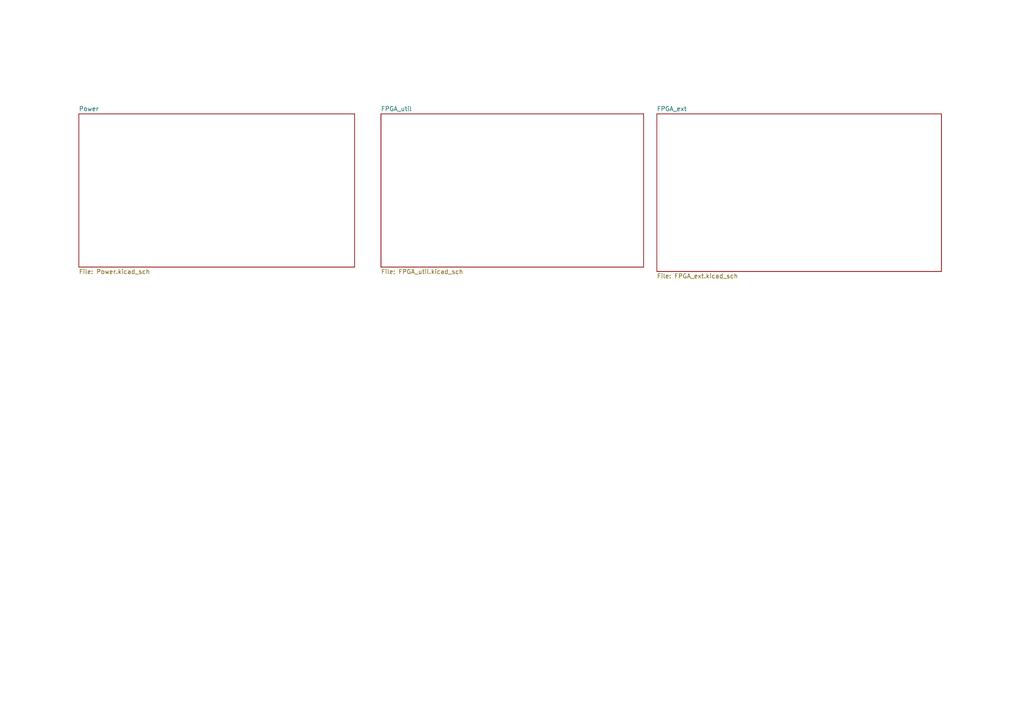
<source format=kicad_sch>
(kicad_sch (version 20230121) (generator eeschema)
  (paper "A4")
  (lib_symbols)
  (sheet (at 22.86 33.02) (size 80.01 44.45) (stroke (width 0.1524))
    (property "Sheetname" "Power" (at 22.86 32.3084 0) (effects (justify left bottom)))
    (property "Sheetfile" "Power.kicad_sch" (at 22.86 78.0546 0) (effects (justify left top)))
  )
  (sheet (at 110.49 33.02) (size 76.2 44.45) (stroke (width 0.1524))
    (property "Sheetname" "FPGA_util" (at 110.49 32.3084 0) (effects (justify left bottom)))
    (property "Sheetfile" "FPGA_util.kicad_sch" (at 110.49 78.0546 0) (effects (justify left top)))
  )
  (sheet (at 190.5 33.02) (size 82.55 45.72) (stroke (width 0.1524))
    (property "Sheetname" "FPGA_ext" (at 190.5 32.3084 0) (effects (justify left bottom)))
    (property "Sheetfile" "FPGA_ext.kicad_sch" (at 190.5 79.3246 0) (effects (justify left top)))
  )
)
</source>
